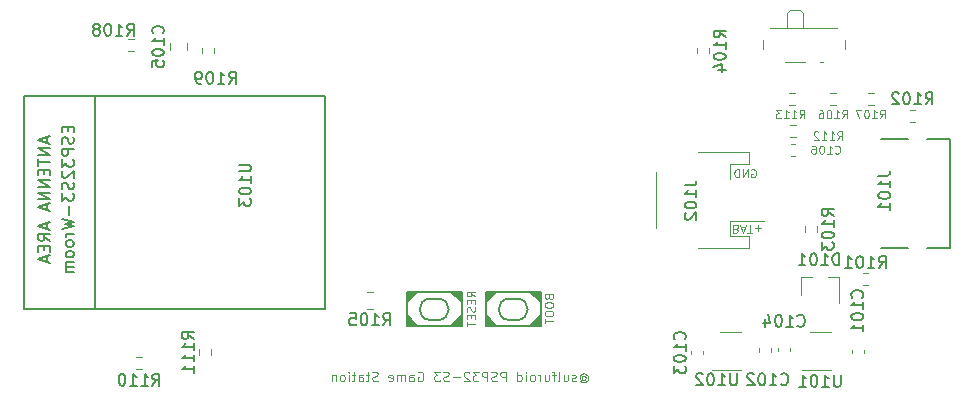
<source format=gbr>
%TF.GenerationSoftware,KiCad,Pcbnew,(5.1.12)-1*%
%TF.CreationDate,2022-11-12T21:15:41+01:00*%
%TF.ProjectId,NewmorphS3,4e65776d-6f72-4706-9853-332e6b696361,rev?*%
%TF.SameCoordinates,Original*%
%TF.FileFunction,Legend,Bot*%
%TF.FilePolarity,Positive*%
%FSLAX46Y46*%
G04 Gerber Fmt 4.6, Leading zero omitted, Abs format (unit mm)*
G04 Created by KiCad (PCBNEW (5.1.12)-1) date 2022-11-12 21:15:41*
%MOMM*%
%LPD*%
G01*
G04 APERTURE LIST*
%ADD10C,0.100000*%
%ADD11C,0.120000*%
%ADD12C,0.150000*%
%ADD13C,0.127000*%
G04 APERTURE END LIST*
D10*
X94742857Y-93580952D02*
X94780952Y-93542857D01*
X94857142Y-93504761D01*
X94933333Y-93504761D01*
X95009523Y-93542857D01*
X95047619Y-93580952D01*
X95085714Y-93657142D01*
X95085714Y-93733333D01*
X95047619Y-93809523D01*
X95009523Y-93847619D01*
X94933333Y-93885714D01*
X94857142Y-93885714D01*
X94780952Y-93847619D01*
X94742857Y-93809523D01*
X94742857Y-93504761D02*
X94742857Y-93809523D01*
X94704761Y-93847619D01*
X94666666Y-93847619D01*
X94590476Y-93809523D01*
X94552380Y-93733333D01*
X94552380Y-93542857D01*
X94628571Y-93428571D01*
X94742857Y-93352380D01*
X94895238Y-93314285D01*
X95047619Y-93352380D01*
X95161904Y-93428571D01*
X95238095Y-93542857D01*
X95276190Y-93695238D01*
X95238095Y-93847619D01*
X95161904Y-93961904D01*
X95047619Y-94038095D01*
X94895238Y-94076190D01*
X94742857Y-94038095D01*
X94628571Y-93961904D01*
X94247619Y-93923809D02*
X94171428Y-93961904D01*
X94019047Y-93961904D01*
X93942857Y-93923809D01*
X93904761Y-93847619D01*
X93904761Y-93809523D01*
X93942857Y-93733333D01*
X94019047Y-93695238D01*
X94133333Y-93695238D01*
X94209523Y-93657142D01*
X94247619Y-93580952D01*
X94247619Y-93542857D01*
X94209523Y-93466666D01*
X94133333Y-93428571D01*
X94019047Y-93428571D01*
X93942857Y-93466666D01*
X93219047Y-93428571D02*
X93219047Y-93961904D01*
X93561904Y-93428571D02*
X93561904Y-93847619D01*
X93523809Y-93923809D01*
X93447619Y-93961904D01*
X93333333Y-93961904D01*
X93257142Y-93923809D01*
X93219047Y-93885714D01*
X92723809Y-93961904D02*
X92800000Y-93923809D01*
X92838095Y-93847619D01*
X92838095Y-93161904D01*
X92533333Y-93428571D02*
X92228571Y-93428571D01*
X92419047Y-93961904D02*
X92419047Y-93276190D01*
X92380952Y-93200000D01*
X92304761Y-93161904D01*
X92228571Y-93161904D01*
X91619047Y-93428571D02*
X91619047Y-93961904D01*
X91961904Y-93428571D02*
X91961904Y-93847619D01*
X91923809Y-93923809D01*
X91847619Y-93961904D01*
X91733333Y-93961904D01*
X91657142Y-93923809D01*
X91619047Y-93885714D01*
X91238095Y-93961904D02*
X91238095Y-93428571D01*
X91238095Y-93580952D02*
X91200000Y-93504761D01*
X91161904Y-93466666D01*
X91085714Y-93428571D01*
X91009523Y-93428571D01*
X90628571Y-93961904D02*
X90704761Y-93923809D01*
X90742857Y-93885714D01*
X90780952Y-93809523D01*
X90780952Y-93580952D01*
X90742857Y-93504761D01*
X90704761Y-93466666D01*
X90628571Y-93428571D01*
X90514285Y-93428571D01*
X90438095Y-93466666D01*
X90400000Y-93504761D01*
X90361904Y-93580952D01*
X90361904Y-93809523D01*
X90400000Y-93885714D01*
X90438095Y-93923809D01*
X90514285Y-93961904D01*
X90628571Y-93961904D01*
X90019047Y-93961904D02*
X90019047Y-93428571D01*
X90019047Y-93161904D02*
X90057142Y-93200000D01*
X90019047Y-93238095D01*
X89980952Y-93200000D01*
X90019047Y-93161904D01*
X90019047Y-93238095D01*
X89295238Y-93961904D02*
X89295238Y-93161904D01*
X89295238Y-93923809D02*
X89371428Y-93961904D01*
X89523809Y-93961904D01*
X89600000Y-93923809D01*
X89638095Y-93885714D01*
X89676190Y-93809523D01*
X89676190Y-93580952D01*
X89638095Y-93504761D01*
X89600000Y-93466666D01*
X89523809Y-93428571D01*
X89371428Y-93428571D01*
X89295238Y-93466666D01*
X88304761Y-93961904D02*
X88304761Y-93161904D01*
X88000000Y-93161904D01*
X87923809Y-93200000D01*
X87885714Y-93238095D01*
X87847619Y-93314285D01*
X87847619Y-93428571D01*
X87885714Y-93504761D01*
X87923809Y-93542857D01*
X88000000Y-93580952D01*
X88304761Y-93580952D01*
X87542857Y-93923809D02*
X87428571Y-93961904D01*
X87238095Y-93961904D01*
X87161904Y-93923809D01*
X87123809Y-93885714D01*
X87085714Y-93809523D01*
X87085714Y-93733333D01*
X87123809Y-93657142D01*
X87161904Y-93619047D01*
X87238095Y-93580952D01*
X87390476Y-93542857D01*
X87466666Y-93504761D01*
X87504761Y-93466666D01*
X87542857Y-93390476D01*
X87542857Y-93314285D01*
X87504761Y-93238095D01*
X87466666Y-93200000D01*
X87390476Y-93161904D01*
X87200000Y-93161904D01*
X87085714Y-93200000D01*
X86742857Y-93961904D02*
X86742857Y-93161904D01*
X86438095Y-93161904D01*
X86361904Y-93200000D01*
X86323809Y-93238095D01*
X86285714Y-93314285D01*
X86285714Y-93428571D01*
X86323809Y-93504761D01*
X86361904Y-93542857D01*
X86438095Y-93580952D01*
X86742857Y-93580952D01*
X86019047Y-93161904D02*
X85523809Y-93161904D01*
X85790476Y-93466666D01*
X85676190Y-93466666D01*
X85600000Y-93504761D01*
X85561904Y-93542857D01*
X85523809Y-93619047D01*
X85523809Y-93809523D01*
X85561904Y-93885714D01*
X85600000Y-93923809D01*
X85676190Y-93961904D01*
X85904761Y-93961904D01*
X85980952Y-93923809D01*
X86019047Y-93885714D01*
X85219047Y-93238095D02*
X85180952Y-93200000D01*
X85104761Y-93161904D01*
X84914285Y-93161904D01*
X84838095Y-93200000D01*
X84800000Y-93238095D01*
X84761904Y-93314285D01*
X84761904Y-93390476D01*
X84800000Y-93504761D01*
X85257142Y-93961904D01*
X84761904Y-93961904D01*
X84419047Y-93657142D02*
X83809523Y-93657142D01*
X83466666Y-93923809D02*
X83352380Y-93961904D01*
X83161904Y-93961904D01*
X83085714Y-93923809D01*
X83047619Y-93885714D01*
X83009523Y-93809523D01*
X83009523Y-93733333D01*
X83047619Y-93657142D01*
X83085714Y-93619047D01*
X83161904Y-93580952D01*
X83314285Y-93542857D01*
X83390476Y-93504761D01*
X83428571Y-93466666D01*
X83466666Y-93390476D01*
X83466666Y-93314285D01*
X83428571Y-93238095D01*
X83390476Y-93200000D01*
X83314285Y-93161904D01*
X83123809Y-93161904D01*
X83009523Y-93200000D01*
X82742857Y-93161904D02*
X82247619Y-93161904D01*
X82514285Y-93466666D01*
X82400000Y-93466666D01*
X82323809Y-93504761D01*
X82285714Y-93542857D01*
X82247619Y-93619047D01*
X82247619Y-93809523D01*
X82285714Y-93885714D01*
X82323809Y-93923809D01*
X82400000Y-93961904D01*
X82628571Y-93961904D01*
X82704761Y-93923809D01*
X82742857Y-93885714D01*
X80876190Y-93200000D02*
X80952380Y-93161904D01*
X81066666Y-93161904D01*
X81180952Y-93200000D01*
X81257142Y-93276190D01*
X81295238Y-93352380D01*
X81333333Y-93504761D01*
X81333333Y-93619047D01*
X81295238Y-93771428D01*
X81257142Y-93847619D01*
X81180952Y-93923809D01*
X81066666Y-93961904D01*
X80990476Y-93961904D01*
X80876190Y-93923809D01*
X80838095Y-93885714D01*
X80838095Y-93619047D01*
X80990476Y-93619047D01*
X80152380Y-93961904D02*
X80152380Y-93542857D01*
X80190476Y-93466666D01*
X80266666Y-93428571D01*
X80419047Y-93428571D01*
X80495238Y-93466666D01*
X80152380Y-93923809D02*
X80228571Y-93961904D01*
X80419047Y-93961904D01*
X80495238Y-93923809D01*
X80533333Y-93847619D01*
X80533333Y-93771428D01*
X80495238Y-93695238D01*
X80419047Y-93657142D01*
X80228571Y-93657142D01*
X80152380Y-93619047D01*
X79771428Y-93961904D02*
X79771428Y-93428571D01*
X79771428Y-93504761D02*
X79733333Y-93466666D01*
X79657142Y-93428571D01*
X79542857Y-93428571D01*
X79466666Y-93466666D01*
X79428571Y-93542857D01*
X79428571Y-93961904D01*
X79428571Y-93542857D02*
X79390476Y-93466666D01*
X79314285Y-93428571D01*
X79200000Y-93428571D01*
X79123809Y-93466666D01*
X79085714Y-93542857D01*
X79085714Y-93961904D01*
X78400000Y-93923809D02*
X78476190Y-93961904D01*
X78628571Y-93961904D01*
X78704761Y-93923809D01*
X78742857Y-93847619D01*
X78742857Y-93542857D01*
X78704761Y-93466666D01*
X78628571Y-93428571D01*
X78476190Y-93428571D01*
X78400000Y-93466666D01*
X78361904Y-93542857D01*
X78361904Y-93619047D01*
X78742857Y-93695238D01*
X77447619Y-93923809D02*
X77333333Y-93961904D01*
X77142857Y-93961904D01*
X77066666Y-93923809D01*
X77028571Y-93885714D01*
X76990476Y-93809523D01*
X76990476Y-93733333D01*
X77028571Y-93657142D01*
X77066666Y-93619047D01*
X77142857Y-93580952D01*
X77295238Y-93542857D01*
X77371428Y-93504761D01*
X77409523Y-93466666D01*
X77447619Y-93390476D01*
X77447619Y-93314285D01*
X77409523Y-93238095D01*
X77371428Y-93200000D01*
X77295238Y-93161904D01*
X77104761Y-93161904D01*
X76990476Y-93200000D01*
X76761904Y-93428571D02*
X76457142Y-93428571D01*
X76647619Y-93161904D02*
X76647619Y-93847619D01*
X76609523Y-93923809D01*
X76533333Y-93961904D01*
X76457142Y-93961904D01*
X75847619Y-93961904D02*
X75847619Y-93542857D01*
X75885714Y-93466666D01*
X75961904Y-93428571D01*
X76114285Y-93428571D01*
X76190476Y-93466666D01*
X75847619Y-93923809D02*
X75923809Y-93961904D01*
X76114285Y-93961904D01*
X76190476Y-93923809D01*
X76228571Y-93847619D01*
X76228571Y-93771428D01*
X76190476Y-93695238D01*
X76114285Y-93657142D01*
X75923809Y-93657142D01*
X75847619Y-93619047D01*
X75580952Y-93428571D02*
X75276190Y-93428571D01*
X75466666Y-93161904D02*
X75466666Y-93847619D01*
X75428571Y-93923809D01*
X75352380Y-93961904D01*
X75276190Y-93961904D01*
X75009523Y-93961904D02*
X75009523Y-93428571D01*
X75009523Y-93161904D02*
X75047619Y-93200000D01*
X75009523Y-93238095D01*
X74971428Y-93200000D01*
X75009523Y-93161904D01*
X75009523Y-93238095D01*
X74514285Y-93961904D02*
X74590476Y-93923809D01*
X74628571Y-93885714D01*
X74666666Y-93809523D01*
X74666666Y-93580952D01*
X74628571Y-93504761D01*
X74590476Y-93466666D01*
X74514285Y-93428571D01*
X74400000Y-93428571D01*
X74323809Y-93466666D01*
X74285714Y-93504761D01*
X74247619Y-93580952D01*
X74247619Y-93809523D01*
X74285714Y-93885714D01*
X74323809Y-93923809D01*
X74400000Y-93961904D01*
X74514285Y-93961904D01*
X73904761Y-93428571D02*
X73904761Y-93961904D01*
X73904761Y-93504761D02*
X73866666Y-93466666D01*
X73790476Y-93428571D01*
X73676190Y-93428571D01*
X73600000Y-93466666D01*
X73561904Y-93542857D01*
X73561904Y-93961904D01*
X107800000Y-81075000D02*
X107900000Y-81041666D01*
X107933333Y-81008333D01*
X107966666Y-80941666D01*
X107966666Y-80841666D01*
X107933333Y-80775000D01*
X107900000Y-80741666D01*
X107833333Y-80708333D01*
X107566666Y-80708333D01*
X107566666Y-81408333D01*
X107800000Y-81408333D01*
X107866666Y-81375000D01*
X107900000Y-81341666D01*
X107933333Y-81275000D01*
X107933333Y-81208333D01*
X107900000Y-81141666D01*
X107866666Y-81108333D01*
X107800000Y-81075000D01*
X107566666Y-81075000D01*
X108233333Y-80908333D02*
X108566666Y-80908333D01*
X108166666Y-80708333D02*
X108400000Y-81408333D01*
X108633333Y-80708333D01*
X108766666Y-81408333D02*
X109166666Y-81408333D01*
X108966666Y-80708333D02*
X108966666Y-81408333D01*
X109400000Y-80975000D02*
X109933333Y-80975000D01*
X109666666Y-80708333D02*
X109666666Y-81241666D01*
X109108333Y-76050000D02*
X109175000Y-76016666D01*
X109275000Y-76016666D01*
X109375000Y-76050000D01*
X109441666Y-76116666D01*
X109475000Y-76183333D01*
X109508333Y-76316666D01*
X109508333Y-76416666D01*
X109475000Y-76550000D01*
X109441666Y-76616666D01*
X109375000Y-76683333D01*
X109275000Y-76716666D01*
X109208333Y-76716666D01*
X109108333Y-76683333D01*
X109075000Y-76650000D01*
X109075000Y-76416666D01*
X109208333Y-76416666D01*
X108775000Y-76716666D02*
X108775000Y-76016666D01*
X108375000Y-76716666D01*
X108375000Y-76016666D01*
X108041666Y-76716666D02*
X108041666Y-76016666D01*
X107875000Y-76016666D01*
X107775000Y-76050000D01*
X107708333Y-76116666D01*
X107675000Y-76183333D01*
X107641666Y-76316666D01*
X107641666Y-76416666D01*
X107675000Y-76550000D01*
X107708333Y-76616666D01*
X107775000Y-76683333D01*
X107875000Y-76716666D01*
X108041666Y-76716666D01*
X85716666Y-86783333D02*
X85383333Y-86550000D01*
X85716666Y-86383333D02*
X85016666Y-86383333D01*
X85016666Y-86650000D01*
X85050000Y-86716666D01*
X85083333Y-86750000D01*
X85150000Y-86783333D01*
X85250000Y-86783333D01*
X85316666Y-86750000D01*
X85350000Y-86716666D01*
X85383333Y-86650000D01*
X85383333Y-86383333D01*
X85350000Y-87083333D02*
X85350000Y-87316666D01*
X85716666Y-87416666D02*
X85716666Y-87083333D01*
X85016666Y-87083333D01*
X85016666Y-87416666D01*
X85683333Y-87683333D02*
X85716666Y-87783333D01*
X85716666Y-87950000D01*
X85683333Y-88016666D01*
X85650000Y-88050000D01*
X85583333Y-88083333D01*
X85516666Y-88083333D01*
X85450000Y-88050000D01*
X85416666Y-88016666D01*
X85383333Y-87950000D01*
X85350000Y-87816666D01*
X85316666Y-87750000D01*
X85283333Y-87716666D01*
X85216666Y-87683333D01*
X85150000Y-87683333D01*
X85083333Y-87716666D01*
X85050000Y-87750000D01*
X85016666Y-87816666D01*
X85016666Y-87983333D01*
X85050000Y-88083333D01*
X85350000Y-88383333D02*
X85350000Y-88616666D01*
X85716666Y-88716666D02*
X85716666Y-88383333D01*
X85016666Y-88383333D01*
X85016666Y-88716666D01*
X85016666Y-88916666D02*
X85016666Y-89316666D01*
X85716666Y-89116666D02*
X85016666Y-89116666D01*
X91950000Y-86850000D02*
X91983333Y-86950000D01*
X92016666Y-86983333D01*
X92083333Y-87016666D01*
X92183333Y-87016666D01*
X92250000Y-86983333D01*
X92283333Y-86950000D01*
X92316666Y-86883333D01*
X92316666Y-86616666D01*
X91616666Y-86616666D01*
X91616666Y-86850000D01*
X91650000Y-86916666D01*
X91683333Y-86950000D01*
X91750000Y-86983333D01*
X91816666Y-86983333D01*
X91883333Y-86950000D01*
X91916666Y-86916666D01*
X91950000Y-86850000D01*
X91950000Y-86616666D01*
X91616666Y-87450000D02*
X91616666Y-87583333D01*
X91650000Y-87650000D01*
X91716666Y-87716666D01*
X91850000Y-87750000D01*
X92083333Y-87750000D01*
X92216666Y-87716666D01*
X92283333Y-87650000D01*
X92316666Y-87583333D01*
X92316666Y-87450000D01*
X92283333Y-87383333D01*
X92216666Y-87316666D01*
X92083333Y-87283333D01*
X91850000Y-87283333D01*
X91716666Y-87316666D01*
X91650000Y-87383333D01*
X91616666Y-87450000D01*
X91616666Y-88183333D02*
X91616666Y-88316666D01*
X91650000Y-88383333D01*
X91716666Y-88450000D01*
X91850000Y-88483333D01*
X92083333Y-88483333D01*
X92216666Y-88450000D01*
X92283333Y-88383333D01*
X92316666Y-88316666D01*
X92316666Y-88183333D01*
X92283333Y-88116666D01*
X92216666Y-88050000D01*
X92083333Y-88016666D01*
X91850000Y-88016666D01*
X91716666Y-88050000D01*
X91650000Y-88116666D01*
X91616666Y-88183333D01*
X91616666Y-88683333D02*
X91616666Y-89083333D01*
X92316666Y-88883333D02*
X91616666Y-88883333D01*
D11*
%TO.C,C101*%
X117600000Y-91299420D02*
X117600000Y-91580580D01*
X118620000Y-91299420D02*
X118620000Y-91580580D01*
%TO.C,C102*%
X110746000Y-91466580D02*
X110746000Y-91185420D01*
X109726000Y-91466580D02*
X109726000Y-91185420D01*
%TO.C,C103*%
X105031000Y-91413420D02*
X105031000Y-91694580D01*
X104011000Y-91413420D02*
X104011000Y-91694580D01*
%TO.C,C104*%
X112397000Y-91159420D02*
X112397000Y-91440580D01*
X111377000Y-91159420D02*
X111377000Y-91440580D01*
%TO.C,C105*%
X59844000Y-65376248D02*
X59844000Y-65898752D01*
X61314000Y-65376248D02*
X61314000Y-65898752D01*
%TO.C,D101*%
X113320000Y-85190000D02*
X114250000Y-85190000D01*
X116480000Y-85190000D02*
X115550000Y-85190000D01*
X116480000Y-85190000D02*
X116480000Y-87350000D01*
X113320000Y-85190000D02*
X113320000Y-86650000D01*
D12*
%TO.C,J101*%
X125935000Y-82705000D02*
X125935000Y-73505000D01*
X125935000Y-73505000D02*
X123985000Y-73505000D01*
X122335000Y-73505000D02*
X120035000Y-73505000D01*
X125935000Y-82705000D02*
X123985000Y-82705000D01*
X122335000Y-82705000D02*
X120035000Y-82705000D01*
D11*
%TO.C,R101*%
X119012258Y-85866500D02*
X118537742Y-85866500D01*
X119012258Y-84821500D02*
X118537742Y-84821500D01*
%TO.C,R102*%
X122982258Y-70978500D02*
X122507742Y-70978500D01*
X122982258Y-72023500D02*
X122507742Y-72023500D01*
%TO.C,R103*%
X113650500Y-81326258D02*
X113650500Y-80851742D01*
X114695500Y-81326258D02*
X114695500Y-80851742D01*
%TO.C,R104*%
X105551500Y-66213258D02*
X105551500Y-65738742D01*
X104506500Y-66213258D02*
X104506500Y-65738742D01*
%TO.C,R105*%
X76572936Y-87857000D02*
X77027064Y-87857000D01*
X76572936Y-86387000D02*
X77027064Y-86387000D01*
%TO.C,R108*%
X56340742Y-66054500D02*
X56815258Y-66054500D01*
X56340742Y-65009500D02*
X56815258Y-65009500D01*
%TO.C,R109*%
X62596500Y-66213258D02*
X62596500Y-65738742D01*
X63641500Y-66213258D02*
X63641500Y-65738742D01*
%TO.C,R110*%
X57039742Y-91933500D02*
X57514258Y-91933500D01*
X57039742Y-92978500D02*
X57514258Y-92978500D01*
%TO.C,R111*%
X63387500Y-91266742D02*
X63387500Y-91741258D01*
X62342500Y-91266742D02*
X62342500Y-91741258D01*
%TO.C,R112*%
X112387742Y-73322500D02*
X112862258Y-73322500D01*
X112387742Y-72277500D02*
X112862258Y-72277500D01*
%TO.C,R113*%
X112316742Y-70623500D02*
X112791258Y-70623500D01*
X112316742Y-69578500D02*
X112791258Y-69578500D01*
D13*
%TO.C,SW101*%
X81910000Y-88790000D02*
X82575000Y-88790000D01*
X82575000Y-86990000D02*
X81910000Y-86990000D01*
X79910000Y-89290000D02*
X84575000Y-89290000D01*
X84575000Y-89290000D02*
X84575000Y-86390000D01*
X84575000Y-86390000D02*
X79910000Y-86390000D01*
X79910000Y-86390000D02*
X79910000Y-89290000D01*
G36*
X79910000Y-89290000D02*
G01*
X79910000Y-88390000D01*
X80810000Y-89290000D01*
X79910000Y-89290000D01*
G37*
X79910000Y-89290000D02*
X79910000Y-88390000D01*
X80810000Y-89290000D01*
X79910000Y-89290000D01*
G36*
X84575000Y-89290000D02*
G01*
X83675000Y-89290000D01*
X84575000Y-88390000D01*
X84575000Y-89290000D01*
G37*
X84575000Y-89290000D02*
X83675000Y-89290000D01*
X84575000Y-88390000D01*
X84575000Y-89290000D01*
G36*
X84575000Y-86390000D02*
G01*
X84575000Y-87290000D01*
X83675000Y-86390000D01*
X84575000Y-86390000D01*
G37*
X84575000Y-86390000D02*
X84575000Y-87290000D01*
X83675000Y-86390000D01*
X84575000Y-86390000D01*
G36*
X79910000Y-86390000D02*
G01*
X80810000Y-86390000D01*
X79910000Y-87290000D01*
X79910000Y-86390000D01*
G37*
X79910000Y-86390000D02*
X80810000Y-86390000D01*
X79910000Y-87290000D01*
X79910000Y-86390000D01*
X81910000Y-86990000D02*
G75*
G03*
X81910000Y-88790000I0J-900000D01*
G01*
X82575000Y-88790000D02*
G75*
G03*
X82575000Y-86990000I0J900000D01*
G01*
%TO.C,SW102*%
G36*
X86600000Y-86390000D02*
G01*
X87500000Y-86390000D01*
X86600000Y-87290000D01*
X86600000Y-86390000D01*
G37*
X86600000Y-86390000D02*
X87500000Y-86390000D01*
X86600000Y-87290000D01*
X86600000Y-86390000D01*
G36*
X91265000Y-86390000D02*
G01*
X91265000Y-87290000D01*
X90365000Y-86390000D01*
X91265000Y-86390000D01*
G37*
X91265000Y-86390000D02*
X91265000Y-87290000D01*
X90365000Y-86390000D01*
X91265000Y-86390000D01*
G36*
X91265000Y-89290000D02*
G01*
X90365000Y-89290000D01*
X91265000Y-88390000D01*
X91265000Y-89290000D01*
G37*
X91265000Y-89290000D02*
X90365000Y-89290000D01*
X91265000Y-88390000D01*
X91265000Y-89290000D01*
G36*
X86600000Y-89290000D02*
G01*
X86600000Y-88390000D01*
X87500000Y-89290000D01*
X86600000Y-89290000D01*
G37*
X86600000Y-89290000D02*
X86600000Y-88390000D01*
X87500000Y-89290000D01*
X86600000Y-89290000D01*
X86600000Y-86390000D02*
X86600000Y-89290000D01*
X91265000Y-86390000D02*
X86600000Y-86390000D01*
X91265000Y-89290000D02*
X91265000Y-86390000D01*
X86600000Y-89290000D02*
X91265000Y-89290000D01*
X89265000Y-86990000D02*
X88600000Y-86990000D01*
X88600000Y-88790000D02*
X89265000Y-88790000D01*
X89265000Y-88790000D02*
G75*
G03*
X89265000Y-86990000I0J900000D01*
G01*
X88600000Y-86990000D02*
G75*
G03*
X88600000Y-88790000I0J-900000D01*
G01*
D11*
%TO.C,SW105*%
X114938000Y-66906000D02*
X115138000Y-66906000D01*
X112138000Y-62766000D02*
X112338000Y-62556000D01*
X113438000Y-62766000D02*
X113238000Y-62556000D01*
X112138000Y-64056000D02*
X112138000Y-62766000D01*
X112338000Y-62556000D02*
X113238000Y-62556000D01*
X113438000Y-62766000D02*
X113438000Y-64056000D01*
X110688000Y-64056000D02*
X116388000Y-64056000D01*
X111938000Y-66906000D02*
X113638000Y-66906000D01*
X110088000Y-65856000D02*
X110088000Y-65066000D01*
X116988000Y-65066000D02*
X116988000Y-65856000D01*
%TO.C,U101*%
X114035000Y-89830000D02*
X115835000Y-89830000D01*
X115835000Y-93050000D02*
X113385000Y-93050000D01*
%TO.C,U102*%
X108215000Y-93050000D02*
X105765000Y-93050000D01*
X106415000Y-89830000D02*
X108215000Y-89830000D01*
D12*
%TO.C,U103*%
X73025000Y-69850000D02*
X73025000Y-87850000D01*
X73025000Y-87850000D02*
X47525000Y-87850000D01*
X47525000Y-87850000D02*
X47525000Y-69850000D01*
X47525000Y-69850000D02*
X73025000Y-69850000D01*
X53525000Y-69850000D02*
X53525000Y-87850000D01*
D11*
%TO.C,C106*%
X112484420Y-73890000D02*
X112765580Y-73890000D01*
X112484420Y-74910000D02*
X112765580Y-74910000D01*
%TO.C,R106*%
X115782742Y-70623500D02*
X116257258Y-70623500D01*
X115782742Y-69578500D02*
X116257258Y-69578500D01*
%TO.C,R107*%
X119458258Y-70623500D02*
X118983742Y-70623500D01*
X119458258Y-69578500D02*
X118983742Y-69578500D01*
%TO.C,J102*%
X101040000Y-80965000D02*
X101040000Y-76285000D01*
X107260000Y-75585000D02*
X107260000Y-76865000D01*
X108860000Y-75585000D02*
X107260000Y-75585000D01*
X108860000Y-74565000D02*
X108860000Y-75585000D01*
X104610000Y-74565000D02*
X108860000Y-74565000D01*
X107260000Y-80385000D02*
X110150000Y-80385000D01*
X107260000Y-81665000D02*
X107260000Y-80385000D01*
X108860000Y-81665000D02*
X107260000Y-81665000D01*
X108860000Y-82685000D02*
X108860000Y-81665000D01*
X104610000Y-82685000D02*
X108860000Y-82685000D01*
%TO.C,C101*%
D12*
X118467142Y-86891952D02*
X118514761Y-86844333D01*
X118562380Y-86701476D01*
X118562380Y-86606238D01*
X118514761Y-86463380D01*
X118419523Y-86368142D01*
X118324285Y-86320523D01*
X118133809Y-86272904D01*
X117990952Y-86272904D01*
X117800476Y-86320523D01*
X117705238Y-86368142D01*
X117610000Y-86463380D01*
X117562380Y-86606238D01*
X117562380Y-86701476D01*
X117610000Y-86844333D01*
X117657619Y-86891952D01*
X118562380Y-87844333D02*
X118562380Y-87272904D01*
X118562380Y-87558619D02*
X117562380Y-87558619D01*
X117705238Y-87463380D01*
X117800476Y-87368142D01*
X117848095Y-87272904D01*
X117562380Y-88463380D02*
X117562380Y-88558619D01*
X117610000Y-88653857D01*
X117657619Y-88701476D01*
X117752857Y-88749095D01*
X117943333Y-88796714D01*
X118181428Y-88796714D01*
X118371904Y-88749095D01*
X118467142Y-88701476D01*
X118514761Y-88653857D01*
X118562380Y-88558619D01*
X118562380Y-88463380D01*
X118514761Y-88368142D01*
X118467142Y-88320523D01*
X118371904Y-88272904D01*
X118181428Y-88225285D01*
X117943333Y-88225285D01*
X117752857Y-88272904D01*
X117657619Y-88320523D01*
X117610000Y-88368142D01*
X117562380Y-88463380D01*
X118562380Y-89749095D02*
X118562380Y-89177666D01*
X118562380Y-89463380D02*
X117562380Y-89463380D01*
X117705238Y-89368142D01*
X117800476Y-89272904D01*
X117848095Y-89177666D01*
%TO.C,C102*%
X111609047Y-94210142D02*
X111656666Y-94257761D01*
X111799523Y-94305380D01*
X111894761Y-94305380D01*
X112037619Y-94257761D01*
X112132857Y-94162523D01*
X112180476Y-94067285D01*
X112228095Y-93876809D01*
X112228095Y-93733952D01*
X112180476Y-93543476D01*
X112132857Y-93448238D01*
X112037619Y-93353000D01*
X111894761Y-93305380D01*
X111799523Y-93305380D01*
X111656666Y-93353000D01*
X111609047Y-93400619D01*
X110656666Y-94305380D02*
X111228095Y-94305380D01*
X110942380Y-94305380D02*
X110942380Y-93305380D01*
X111037619Y-93448238D01*
X111132857Y-93543476D01*
X111228095Y-93591095D01*
X110037619Y-93305380D02*
X109942380Y-93305380D01*
X109847142Y-93353000D01*
X109799523Y-93400619D01*
X109751904Y-93495857D01*
X109704285Y-93686333D01*
X109704285Y-93924428D01*
X109751904Y-94114904D01*
X109799523Y-94210142D01*
X109847142Y-94257761D01*
X109942380Y-94305380D01*
X110037619Y-94305380D01*
X110132857Y-94257761D01*
X110180476Y-94210142D01*
X110228095Y-94114904D01*
X110275714Y-93924428D01*
X110275714Y-93686333D01*
X110228095Y-93495857D01*
X110180476Y-93400619D01*
X110132857Y-93353000D01*
X110037619Y-93305380D01*
X109323333Y-93400619D02*
X109275714Y-93353000D01*
X109180476Y-93305380D01*
X108942380Y-93305380D01*
X108847142Y-93353000D01*
X108799523Y-93400619D01*
X108751904Y-93495857D01*
X108751904Y-93591095D01*
X108799523Y-93733952D01*
X109370952Y-94305380D01*
X108751904Y-94305380D01*
%TO.C,C103*%
X103448142Y-90434952D02*
X103495761Y-90387333D01*
X103543380Y-90244476D01*
X103543380Y-90149238D01*
X103495761Y-90006380D01*
X103400523Y-89911142D01*
X103305285Y-89863523D01*
X103114809Y-89815904D01*
X102971952Y-89815904D01*
X102781476Y-89863523D01*
X102686238Y-89911142D01*
X102591000Y-90006380D01*
X102543380Y-90149238D01*
X102543380Y-90244476D01*
X102591000Y-90387333D01*
X102638619Y-90434952D01*
X103543380Y-91387333D02*
X103543380Y-90815904D01*
X103543380Y-91101619D02*
X102543380Y-91101619D01*
X102686238Y-91006380D01*
X102781476Y-90911142D01*
X102829095Y-90815904D01*
X102543380Y-92006380D02*
X102543380Y-92101619D01*
X102591000Y-92196857D01*
X102638619Y-92244476D01*
X102733857Y-92292095D01*
X102924333Y-92339714D01*
X103162428Y-92339714D01*
X103352904Y-92292095D01*
X103448142Y-92244476D01*
X103495761Y-92196857D01*
X103543380Y-92101619D01*
X103543380Y-92006380D01*
X103495761Y-91911142D01*
X103448142Y-91863523D01*
X103352904Y-91815904D01*
X103162428Y-91768285D01*
X102924333Y-91768285D01*
X102733857Y-91815904D01*
X102638619Y-91863523D01*
X102591000Y-91911142D01*
X102543380Y-92006380D01*
X102543380Y-92673047D02*
X102543380Y-93292095D01*
X102924333Y-92958761D01*
X102924333Y-93101619D01*
X102971952Y-93196857D01*
X103019571Y-93244476D01*
X103114809Y-93292095D01*
X103352904Y-93292095D01*
X103448142Y-93244476D01*
X103495761Y-93196857D01*
X103543380Y-93101619D01*
X103543380Y-92815904D01*
X103495761Y-92720666D01*
X103448142Y-92673047D01*
%TO.C,C104*%
X113006047Y-89257142D02*
X113053666Y-89304761D01*
X113196523Y-89352380D01*
X113291761Y-89352380D01*
X113434619Y-89304761D01*
X113529857Y-89209523D01*
X113577476Y-89114285D01*
X113625095Y-88923809D01*
X113625095Y-88780952D01*
X113577476Y-88590476D01*
X113529857Y-88495238D01*
X113434619Y-88400000D01*
X113291761Y-88352380D01*
X113196523Y-88352380D01*
X113053666Y-88400000D01*
X113006047Y-88447619D01*
X112053666Y-89352380D02*
X112625095Y-89352380D01*
X112339380Y-89352380D02*
X112339380Y-88352380D01*
X112434619Y-88495238D01*
X112529857Y-88590476D01*
X112625095Y-88638095D01*
X111434619Y-88352380D02*
X111339380Y-88352380D01*
X111244142Y-88400000D01*
X111196523Y-88447619D01*
X111148904Y-88542857D01*
X111101285Y-88733333D01*
X111101285Y-88971428D01*
X111148904Y-89161904D01*
X111196523Y-89257142D01*
X111244142Y-89304761D01*
X111339380Y-89352380D01*
X111434619Y-89352380D01*
X111529857Y-89304761D01*
X111577476Y-89257142D01*
X111625095Y-89161904D01*
X111672714Y-88971428D01*
X111672714Y-88733333D01*
X111625095Y-88542857D01*
X111577476Y-88447619D01*
X111529857Y-88400000D01*
X111434619Y-88352380D01*
X110244142Y-88685714D02*
X110244142Y-89352380D01*
X110482238Y-88304761D02*
X110720333Y-89019047D01*
X110101285Y-89019047D01*
%TO.C,C105*%
X59256142Y-64518452D02*
X59303761Y-64470833D01*
X59351380Y-64327976D01*
X59351380Y-64232738D01*
X59303761Y-64089880D01*
X59208523Y-63994642D01*
X59113285Y-63947023D01*
X58922809Y-63899404D01*
X58779952Y-63899404D01*
X58589476Y-63947023D01*
X58494238Y-63994642D01*
X58399000Y-64089880D01*
X58351380Y-64232738D01*
X58351380Y-64327976D01*
X58399000Y-64470833D01*
X58446619Y-64518452D01*
X59351380Y-65470833D02*
X59351380Y-64899404D01*
X59351380Y-65185119D02*
X58351380Y-65185119D01*
X58494238Y-65089880D01*
X58589476Y-64994642D01*
X58637095Y-64899404D01*
X58351380Y-66089880D02*
X58351380Y-66185119D01*
X58399000Y-66280357D01*
X58446619Y-66327976D01*
X58541857Y-66375595D01*
X58732333Y-66423214D01*
X58970428Y-66423214D01*
X59160904Y-66375595D01*
X59256142Y-66327976D01*
X59303761Y-66280357D01*
X59351380Y-66185119D01*
X59351380Y-66089880D01*
X59303761Y-65994642D01*
X59256142Y-65947023D01*
X59160904Y-65899404D01*
X58970428Y-65851785D01*
X58732333Y-65851785D01*
X58541857Y-65899404D01*
X58446619Y-65947023D01*
X58399000Y-65994642D01*
X58351380Y-66089880D01*
X58351380Y-67327976D02*
X58351380Y-66851785D01*
X58827571Y-66804166D01*
X58779952Y-66851785D01*
X58732333Y-66947023D01*
X58732333Y-67185119D01*
X58779952Y-67280357D01*
X58827571Y-67327976D01*
X58922809Y-67375595D01*
X59160904Y-67375595D01*
X59256142Y-67327976D01*
X59303761Y-67280357D01*
X59351380Y-67185119D01*
X59351380Y-66947023D01*
X59303761Y-66851785D01*
X59256142Y-66804166D01*
%TO.C,D101*%
X116540476Y-84152380D02*
X116540476Y-83152380D01*
X116302380Y-83152380D01*
X116159523Y-83200000D01*
X116064285Y-83295238D01*
X116016666Y-83390476D01*
X115969047Y-83580952D01*
X115969047Y-83723809D01*
X116016666Y-83914285D01*
X116064285Y-84009523D01*
X116159523Y-84104761D01*
X116302380Y-84152380D01*
X116540476Y-84152380D01*
X115016666Y-84152380D02*
X115588095Y-84152380D01*
X115302380Y-84152380D02*
X115302380Y-83152380D01*
X115397619Y-83295238D01*
X115492857Y-83390476D01*
X115588095Y-83438095D01*
X114397619Y-83152380D02*
X114302380Y-83152380D01*
X114207142Y-83200000D01*
X114159523Y-83247619D01*
X114111904Y-83342857D01*
X114064285Y-83533333D01*
X114064285Y-83771428D01*
X114111904Y-83961904D01*
X114159523Y-84057142D01*
X114207142Y-84104761D01*
X114302380Y-84152380D01*
X114397619Y-84152380D01*
X114492857Y-84104761D01*
X114540476Y-84057142D01*
X114588095Y-83961904D01*
X114635714Y-83771428D01*
X114635714Y-83533333D01*
X114588095Y-83342857D01*
X114540476Y-83247619D01*
X114492857Y-83200000D01*
X114397619Y-83152380D01*
X113111904Y-84152380D02*
X113683333Y-84152380D01*
X113397619Y-84152380D02*
X113397619Y-83152380D01*
X113492857Y-83295238D01*
X113588095Y-83390476D01*
X113683333Y-83438095D01*
%TO.C,J101*%
X119848380Y-76565285D02*
X120562666Y-76565285D01*
X120705523Y-76517666D01*
X120800761Y-76422428D01*
X120848380Y-76279571D01*
X120848380Y-76184333D01*
X120848380Y-77565285D02*
X120848380Y-76993857D01*
X120848380Y-77279571D02*
X119848380Y-77279571D01*
X119991238Y-77184333D01*
X120086476Y-77089095D01*
X120134095Y-76993857D01*
X119848380Y-78184333D02*
X119848380Y-78279571D01*
X119896000Y-78374809D01*
X119943619Y-78422428D01*
X120038857Y-78470047D01*
X120229333Y-78517666D01*
X120467428Y-78517666D01*
X120657904Y-78470047D01*
X120753142Y-78422428D01*
X120800761Y-78374809D01*
X120848380Y-78279571D01*
X120848380Y-78184333D01*
X120800761Y-78089095D01*
X120753142Y-78041476D01*
X120657904Y-77993857D01*
X120467428Y-77946238D01*
X120229333Y-77946238D01*
X120038857Y-77993857D01*
X119943619Y-78041476D01*
X119896000Y-78089095D01*
X119848380Y-78184333D01*
X120848380Y-79470047D02*
X120848380Y-78898619D01*
X120848380Y-79184333D02*
X119848380Y-79184333D01*
X119991238Y-79089095D01*
X120086476Y-78993857D01*
X120134095Y-78898619D01*
%TO.C,R101*%
X119894047Y-84366380D02*
X120227380Y-83890190D01*
X120465476Y-84366380D02*
X120465476Y-83366380D01*
X120084523Y-83366380D01*
X119989285Y-83414000D01*
X119941666Y-83461619D01*
X119894047Y-83556857D01*
X119894047Y-83699714D01*
X119941666Y-83794952D01*
X119989285Y-83842571D01*
X120084523Y-83890190D01*
X120465476Y-83890190D01*
X118941666Y-84366380D02*
X119513095Y-84366380D01*
X119227380Y-84366380D02*
X119227380Y-83366380D01*
X119322619Y-83509238D01*
X119417857Y-83604476D01*
X119513095Y-83652095D01*
X118322619Y-83366380D02*
X118227380Y-83366380D01*
X118132142Y-83414000D01*
X118084523Y-83461619D01*
X118036904Y-83556857D01*
X117989285Y-83747333D01*
X117989285Y-83985428D01*
X118036904Y-84175904D01*
X118084523Y-84271142D01*
X118132142Y-84318761D01*
X118227380Y-84366380D01*
X118322619Y-84366380D01*
X118417857Y-84318761D01*
X118465476Y-84271142D01*
X118513095Y-84175904D01*
X118560714Y-83985428D01*
X118560714Y-83747333D01*
X118513095Y-83556857D01*
X118465476Y-83461619D01*
X118417857Y-83414000D01*
X118322619Y-83366380D01*
X117036904Y-84366380D02*
X117608333Y-84366380D01*
X117322619Y-84366380D02*
X117322619Y-83366380D01*
X117417857Y-83509238D01*
X117513095Y-83604476D01*
X117608333Y-83652095D01*
%TO.C,R102*%
X123864047Y-70523380D02*
X124197380Y-70047190D01*
X124435476Y-70523380D02*
X124435476Y-69523380D01*
X124054523Y-69523380D01*
X123959285Y-69571000D01*
X123911666Y-69618619D01*
X123864047Y-69713857D01*
X123864047Y-69856714D01*
X123911666Y-69951952D01*
X123959285Y-69999571D01*
X124054523Y-70047190D01*
X124435476Y-70047190D01*
X122911666Y-70523380D02*
X123483095Y-70523380D01*
X123197380Y-70523380D02*
X123197380Y-69523380D01*
X123292619Y-69666238D01*
X123387857Y-69761476D01*
X123483095Y-69809095D01*
X122292619Y-69523380D02*
X122197380Y-69523380D01*
X122102142Y-69571000D01*
X122054523Y-69618619D01*
X122006904Y-69713857D01*
X121959285Y-69904333D01*
X121959285Y-70142428D01*
X122006904Y-70332904D01*
X122054523Y-70428142D01*
X122102142Y-70475761D01*
X122197380Y-70523380D01*
X122292619Y-70523380D01*
X122387857Y-70475761D01*
X122435476Y-70428142D01*
X122483095Y-70332904D01*
X122530714Y-70142428D01*
X122530714Y-69904333D01*
X122483095Y-69713857D01*
X122435476Y-69618619D01*
X122387857Y-69571000D01*
X122292619Y-69523380D01*
X121578333Y-69618619D02*
X121530714Y-69571000D01*
X121435476Y-69523380D01*
X121197380Y-69523380D01*
X121102142Y-69571000D01*
X121054523Y-69618619D01*
X121006904Y-69713857D01*
X121006904Y-69809095D01*
X121054523Y-69951952D01*
X121625952Y-70523380D01*
X121006904Y-70523380D01*
%TO.C,R103*%
X116055380Y-79969952D02*
X115579190Y-79636619D01*
X116055380Y-79398523D02*
X115055380Y-79398523D01*
X115055380Y-79779476D01*
X115103000Y-79874714D01*
X115150619Y-79922333D01*
X115245857Y-79969952D01*
X115388714Y-79969952D01*
X115483952Y-79922333D01*
X115531571Y-79874714D01*
X115579190Y-79779476D01*
X115579190Y-79398523D01*
X116055380Y-80922333D02*
X116055380Y-80350904D01*
X116055380Y-80636619D02*
X115055380Y-80636619D01*
X115198238Y-80541380D01*
X115293476Y-80446142D01*
X115341095Y-80350904D01*
X115055380Y-81541380D02*
X115055380Y-81636619D01*
X115103000Y-81731857D01*
X115150619Y-81779476D01*
X115245857Y-81827095D01*
X115436333Y-81874714D01*
X115674428Y-81874714D01*
X115864904Y-81827095D01*
X115960142Y-81779476D01*
X116007761Y-81731857D01*
X116055380Y-81636619D01*
X116055380Y-81541380D01*
X116007761Y-81446142D01*
X115960142Y-81398523D01*
X115864904Y-81350904D01*
X115674428Y-81303285D01*
X115436333Y-81303285D01*
X115245857Y-81350904D01*
X115150619Y-81398523D01*
X115103000Y-81446142D01*
X115055380Y-81541380D01*
X115055380Y-82208047D02*
X115055380Y-82827095D01*
X115436333Y-82493761D01*
X115436333Y-82636619D01*
X115483952Y-82731857D01*
X115531571Y-82779476D01*
X115626809Y-82827095D01*
X115864904Y-82827095D01*
X115960142Y-82779476D01*
X116007761Y-82731857D01*
X116055380Y-82636619D01*
X116055380Y-82350904D01*
X116007761Y-82255666D01*
X115960142Y-82208047D01*
%TO.C,R104*%
X106911380Y-64856952D02*
X106435190Y-64523619D01*
X106911380Y-64285523D02*
X105911380Y-64285523D01*
X105911380Y-64666476D01*
X105959000Y-64761714D01*
X106006619Y-64809333D01*
X106101857Y-64856952D01*
X106244714Y-64856952D01*
X106339952Y-64809333D01*
X106387571Y-64761714D01*
X106435190Y-64666476D01*
X106435190Y-64285523D01*
X106911380Y-65809333D02*
X106911380Y-65237904D01*
X106911380Y-65523619D02*
X105911380Y-65523619D01*
X106054238Y-65428380D01*
X106149476Y-65333142D01*
X106197095Y-65237904D01*
X105911380Y-66428380D02*
X105911380Y-66523619D01*
X105959000Y-66618857D01*
X106006619Y-66666476D01*
X106101857Y-66714095D01*
X106292333Y-66761714D01*
X106530428Y-66761714D01*
X106720904Y-66714095D01*
X106816142Y-66666476D01*
X106863761Y-66618857D01*
X106911380Y-66523619D01*
X106911380Y-66428380D01*
X106863761Y-66333142D01*
X106816142Y-66285523D01*
X106720904Y-66237904D01*
X106530428Y-66190285D01*
X106292333Y-66190285D01*
X106101857Y-66237904D01*
X106006619Y-66285523D01*
X105959000Y-66333142D01*
X105911380Y-66428380D01*
X106244714Y-67618857D02*
X106911380Y-67618857D01*
X105863761Y-67380761D02*
X106578047Y-67142666D01*
X106578047Y-67761714D01*
%TO.C,R105*%
X77919047Y-89224380D02*
X78252380Y-88748190D01*
X78490476Y-89224380D02*
X78490476Y-88224380D01*
X78109523Y-88224380D01*
X78014285Y-88272000D01*
X77966666Y-88319619D01*
X77919047Y-88414857D01*
X77919047Y-88557714D01*
X77966666Y-88652952D01*
X78014285Y-88700571D01*
X78109523Y-88748190D01*
X78490476Y-88748190D01*
X76966666Y-89224380D02*
X77538095Y-89224380D01*
X77252380Y-89224380D02*
X77252380Y-88224380D01*
X77347619Y-88367238D01*
X77442857Y-88462476D01*
X77538095Y-88510095D01*
X76347619Y-88224380D02*
X76252380Y-88224380D01*
X76157142Y-88272000D01*
X76109523Y-88319619D01*
X76061904Y-88414857D01*
X76014285Y-88605333D01*
X76014285Y-88843428D01*
X76061904Y-89033904D01*
X76109523Y-89129142D01*
X76157142Y-89176761D01*
X76252380Y-89224380D01*
X76347619Y-89224380D01*
X76442857Y-89176761D01*
X76490476Y-89129142D01*
X76538095Y-89033904D01*
X76585714Y-88843428D01*
X76585714Y-88605333D01*
X76538095Y-88414857D01*
X76490476Y-88319619D01*
X76442857Y-88272000D01*
X76347619Y-88224380D01*
X75109523Y-88224380D02*
X75585714Y-88224380D01*
X75633333Y-88700571D01*
X75585714Y-88652952D01*
X75490476Y-88605333D01*
X75252380Y-88605333D01*
X75157142Y-88652952D01*
X75109523Y-88700571D01*
X75061904Y-88795809D01*
X75061904Y-89033904D01*
X75109523Y-89129142D01*
X75157142Y-89176761D01*
X75252380Y-89224380D01*
X75490476Y-89224380D01*
X75585714Y-89176761D01*
X75633333Y-89129142D01*
%TO.C,R108*%
X56236047Y-64714380D02*
X56569380Y-64238190D01*
X56807476Y-64714380D02*
X56807476Y-63714380D01*
X56426523Y-63714380D01*
X56331285Y-63762000D01*
X56283666Y-63809619D01*
X56236047Y-63904857D01*
X56236047Y-64047714D01*
X56283666Y-64142952D01*
X56331285Y-64190571D01*
X56426523Y-64238190D01*
X56807476Y-64238190D01*
X55283666Y-64714380D02*
X55855095Y-64714380D01*
X55569380Y-64714380D02*
X55569380Y-63714380D01*
X55664619Y-63857238D01*
X55759857Y-63952476D01*
X55855095Y-64000095D01*
X54664619Y-63714380D02*
X54569380Y-63714380D01*
X54474142Y-63762000D01*
X54426523Y-63809619D01*
X54378904Y-63904857D01*
X54331285Y-64095333D01*
X54331285Y-64333428D01*
X54378904Y-64523904D01*
X54426523Y-64619142D01*
X54474142Y-64666761D01*
X54569380Y-64714380D01*
X54664619Y-64714380D01*
X54759857Y-64666761D01*
X54807476Y-64619142D01*
X54855095Y-64523904D01*
X54902714Y-64333428D01*
X54902714Y-64095333D01*
X54855095Y-63904857D01*
X54807476Y-63809619D01*
X54759857Y-63762000D01*
X54664619Y-63714380D01*
X53759857Y-64142952D02*
X53855095Y-64095333D01*
X53902714Y-64047714D01*
X53950333Y-63952476D01*
X53950333Y-63904857D01*
X53902714Y-63809619D01*
X53855095Y-63762000D01*
X53759857Y-63714380D01*
X53569380Y-63714380D01*
X53474142Y-63762000D01*
X53426523Y-63809619D01*
X53378904Y-63904857D01*
X53378904Y-63952476D01*
X53426523Y-64047714D01*
X53474142Y-64095333D01*
X53569380Y-64142952D01*
X53759857Y-64142952D01*
X53855095Y-64190571D01*
X53902714Y-64238190D01*
X53950333Y-64333428D01*
X53950333Y-64523904D01*
X53902714Y-64619142D01*
X53855095Y-64666761D01*
X53759857Y-64714380D01*
X53569380Y-64714380D01*
X53474142Y-64666761D01*
X53426523Y-64619142D01*
X53378904Y-64523904D01*
X53378904Y-64333428D01*
X53426523Y-64238190D01*
X53474142Y-64190571D01*
X53569380Y-64142952D01*
%TO.C,R109*%
X64873047Y-68778380D02*
X65206380Y-68302190D01*
X65444476Y-68778380D02*
X65444476Y-67778380D01*
X65063523Y-67778380D01*
X64968285Y-67826000D01*
X64920666Y-67873619D01*
X64873047Y-67968857D01*
X64873047Y-68111714D01*
X64920666Y-68206952D01*
X64968285Y-68254571D01*
X65063523Y-68302190D01*
X65444476Y-68302190D01*
X63920666Y-68778380D02*
X64492095Y-68778380D01*
X64206380Y-68778380D02*
X64206380Y-67778380D01*
X64301619Y-67921238D01*
X64396857Y-68016476D01*
X64492095Y-68064095D01*
X63301619Y-67778380D02*
X63206380Y-67778380D01*
X63111142Y-67826000D01*
X63063523Y-67873619D01*
X63015904Y-67968857D01*
X62968285Y-68159333D01*
X62968285Y-68397428D01*
X63015904Y-68587904D01*
X63063523Y-68683142D01*
X63111142Y-68730761D01*
X63206380Y-68778380D01*
X63301619Y-68778380D01*
X63396857Y-68730761D01*
X63444476Y-68683142D01*
X63492095Y-68587904D01*
X63539714Y-68397428D01*
X63539714Y-68159333D01*
X63492095Y-67968857D01*
X63444476Y-67873619D01*
X63396857Y-67826000D01*
X63301619Y-67778380D01*
X62492095Y-68778380D02*
X62301619Y-68778380D01*
X62206380Y-68730761D01*
X62158761Y-68683142D01*
X62063523Y-68540285D01*
X62015904Y-68349809D01*
X62015904Y-67968857D01*
X62063523Y-67873619D01*
X62111142Y-67826000D01*
X62206380Y-67778380D01*
X62396857Y-67778380D01*
X62492095Y-67826000D01*
X62539714Y-67873619D01*
X62587333Y-67968857D01*
X62587333Y-68206952D01*
X62539714Y-68302190D01*
X62492095Y-68349809D01*
X62396857Y-68397428D01*
X62206380Y-68397428D01*
X62111142Y-68349809D01*
X62063523Y-68302190D01*
X62015904Y-68206952D01*
%TO.C,R110*%
X58396047Y-94338380D02*
X58729380Y-93862190D01*
X58967476Y-94338380D02*
X58967476Y-93338380D01*
X58586523Y-93338380D01*
X58491285Y-93386000D01*
X58443666Y-93433619D01*
X58396047Y-93528857D01*
X58396047Y-93671714D01*
X58443666Y-93766952D01*
X58491285Y-93814571D01*
X58586523Y-93862190D01*
X58967476Y-93862190D01*
X57443666Y-94338380D02*
X58015095Y-94338380D01*
X57729380Y-94338380D02*
X57729380Y-93338380D01*
X57824619Y-93481238D01*
X57919857Y-93576476D01*
X58015095Y-93624095D01*
X56491285Y-94338380D02*
X57062714Y-94338380D01*
X56777000Y-94338380D02*
X56777000Y-93338380D01*
X56872238Y-93481238D01*
X56967476Y-93576476D01*
X57062714Y-93624095D01*
X55872238Y-93338380D02*
X55777000Y-93338380D01*
X55681761Y-93386000D01*
X55634142Y-93433619D01*
X55586523Y-93528857D01*
X55538904Y-93719333D01*
X55538904Y-93957428D01*
X55586523Y-94147904D01*
X55634142Y-94243142D01*
X55681761Y-94290761D01*
X55777000Y-94338380D01*
X55872238Y-94338380D01*
X55967476Y-94290761D01*
X56015095Y-94243142D01*
X56062714Y-94147904D01*
X56110333Y-93957428D01*
X56110333Y-93719333D01*
X56062714Y-93528857D01*
X56015095Y-93433619D01*
X55967476Y-93386000D01*
X55872238Y-93338380D01*
%TO.C,R111*%
X61887380Y-90384952D02*
X61411190Y-90051619D01*
X61887380Y-89813523D02*
X60887380Y-89813523D01*
X60887380Y-90194476D01*
X60935000Y-90289714D01*
X60982619Y-90337333D01*
X61077857Y-90384952D01*
X61220714Y-90384952D01*
X61315952Y-90337333D01*
X61363571Y-90289714D01*
X61411190Y-90194476D01*
X61411190Y-89813523D01*
X61887380Y-91337333D02*
X61887380Y-90765904D01*
X61887380Y-91051619D02*
X60887380Y-91051619D01*
X61030238Y-90956380D01*
X61125476Y-90861142D01*
X61173095Y-90765904D01*
X61887380Y-92289714D02*
X61887380Y-91718285D01*
X61887380Y-92004000D02*
X60887380Y-92004000D01*
X61030238Y-91908761D01*
X61125476Y-91813523D01*
X61173095Y-91718285D01*
X61887380Y-93242095D02*
X61887380Y-92670666D01*
X61887380Y-92956380D02*
X60887380Y-92956380D01*
X61030238Y-92861142D01*
X61125476Y-92765904D01*
X61173095Y-92670666D01*
%TO.C,R112*%
D10*
X116383333Y-73516666D02*
X116616666Y-73183333D01*
X116783333Y-73516666D02*
X116783333Y-72816666D01*
X116516666Y-72816666D01*
X116450000Y-72850000D01*
X116416666Y-72883333D01*
X116383333Y-72950000D01*
X116383333Y-73050000D01*
X116416666Y-73116666D01*
X116450000Y-73150000D01*
X116516666Y-73183333D01*
X116783333Y-73183333D01*
X115716666Y-73516666D02*
X116116666Y-73516666D01*
X115916666Y-73516666D02*
X115916666Y-72816666D01*
X115983333Y-72916666D01*
X116050000Y-72983333D01*
X116116666Y-73016666D01*
X115050000Y-73516666D02*
X115450000Y-73516666D01*
X115250000Y-73516666D02*
X115250000Y-72816666D01*
X115316666Y-72916666D01*
X115383333Y-72983333D01*
X115450000Y-73016666D01*
X114783333Y-72883333D02*
X114750000Y-72850000D01*
X114683333Y-72816666D01*
X114516666Y-72816666D01*
X114450000Y-72850000D01*
X114416666Y-72883333D01*
X114383333Y-72950000D01*
X114383333Y-73016666D01*
X114416666Y-73116666D01*
X114816666Y-73516666D01*
X114383333Y-73516666D01*
%TO.C,R113*%
X113183333Y-71716666D02*
X113416666Y-71383333D01*
X113583333Y-71716666D02*
X113583333Y-71016666D01*
X113316666Y-71016666D01*
X113250000Y-71050000D01*
X113216666Y-71083333D01*
X113183333Y-71150000D01*
X113183333Y-71250000D01*
X113216666Y-71316666D01*
X113250000Y-71350000D01*
X113316666Y-71383333D01*
X113583333Y-71383333D01*
X112516666Y-71716666D02*
X112916666Y-71716666D01*
X112716666Y-71716666D02*
X112716666Y-71016666D01*
X112783333Y-71116666D01*
X112850000Y-71183333D01*
X112916666Y-71216666D01*
X111850000Y-71716666D02*
X112250000Y-71716666D01*
X112050000Y-71716666D02*
X112050000Y-71016666D01*
X112116666Y-71116666D01*
X112183333Y-71183333D01*
X112250000Y-71216666D01*
X111616666Y-71016666D02*
X111183333Y-71016666D01*
X111416666Y-71283333D01*
X111316666Y-71283333D01*
X111250000Y-71316666D01*
X111216666Y-71350000D01*
X111183333Y-71416666D01*
X111183333Y-71583333D01*
X111216666Y-71650000D01*
X111250000Y-71683333D01*
X111316666Y-71716666D01*
X111516666Y-71716666D01*
X111583333Y-71683333D01*
X111616666Y-71650000D01*
%TO.C,U101*%
D12*
X116649285Y-93432380D02*
X116649285Y-94241904D01*
X116601666Y-94337142D01*
X116554047Y-94384761D01*
X116458809Y-94432380D01*
X116268333Y-94432380D01*
X116173095Y-94384761D01*
X116125476Y-94337142D01*
X116077857Y-94241904D01*
X116077857Y-93432380D01*
X115077857Y-94432380D02*
X115649285Y-94432380D01*
X115363571Y-94432380D02*
X115363571Y-93432380D01*
X115458809Y-93575238D01*
X115554047Y-93670476D01*
X115649285Y-93718095D01*
X114458809Y-93432380D02*
X114363571Y-93432380D01*
X114268333Y-93480000D01*
X114220714Y-93527619D01*
X114173095Y-93622857D01*
X114125476Y-93813333D01*
X114125476Y-94051428D01*
X114173095Y-94241904D01*
X114220714Y-94337142D01*
X114268333Y-94384761D01*
X114363571Y-94432380D01*
X114458809Y-94432380D01*
X114554047Y-94384761D01*
X114601666Y-94337142D01*
X114649285Y-94241904D01*
X114696904Y-94051428D01*
X114696904Y-93813333D01*
X114649285Y-93622857D01*
X114601666Y-93527619D01*
X114554047Y-93480000D01*
X114458809Y-93432380D01*
X113173095Y-94432380D02*
X113744523Y-94432380D01*
X113458809Y-94432380D02*
X113458809Y-93432380D01*
X113554047Y-93575238D01*
X113649285Y-93670476D01*
X113744523Y-93718095D01*
%TO.C,U102*%
X107886285Y-93305380D02*
X107886285Y-94114904D01*
X107838666Y-94210142D01*
X107791047Y-94257761D01*
X107695809Y-94305380D01*
X107505333Y-94305380D01*
X107410095Y-94257761D01*
X107362476Y-94210142D01*
X107314857Y-94114904D01*
X107314857Y-93305380D01*
X106314857Y-94305380D02*
X106886285Y-94305380D01*
X106600571Y-94305380D02*
X106600571Y-93305380D01*
X106695809Y-93448238D01*
X106791047Y-93543476D01*
X106886285Y-93591095D01*
X105695809Y-93305380D02*
X105600571Y-93305380D01*
X105505333Y-93353000D01*
X105457714Y-93400619D01*
X105410095Y-93495857D01*
X105362476Y-93686333D01*
X105362476Y-93924428D01*
X105410095Y-94114904D01*
X105457714Y-94210142D01*
X105505333Y-94257761D01*
X105600571Y-94305380D01*
X105695809Y-94305380D01*
X105791047Y-94257761D01*
X105838666Y-94210142D01*
X105886285Y-94114904D01*
X105933904Y-93924428D01*
X105933904Y-93686333D01*
X105886285Y-93495857D01*
X105838666Y-93400619D01*
X105791047Y-93353000D01*
X105695809Y-93305380D01*
X104981523Y-93400619D02*
X104933904Y-93353000D01*
X104838666Y-93305380D01*
X104600571Y-93305380D01*
X104505333Y-93353000D01*
X104457714Y-93400619D01*
X104410095Y-93495857D01*
X104410095Y-93591095D01*
X104457714Y-93733952D01*
X105029142Y-94305380D01*
X104410095Y-94305380D01*
%TO.C,U103*%
X65727380Y-75635714D02*
X66536904Y-75635714D01*
X66632142Y-75683333D01*
X66679761Y-75730952D01*
X66727380Y-75826190D01*
X66727380Y-76016666D01*
X66679761Y-76111904D01*
X66632142Y-76159523D01*
X66536904Y-76207142D01*
X65727380Y-76207142D01*
X66727380Y-77207142D02*
X66727380Y-76635714D01*
X66727380Y-76921428D02*
X65727380Y-76921428D01*
X65870238Y-76826190D01*
X65965476Y-76730952D01*
X66013095Y-76635714D01*
X65727380Y-77826190D02*
X65727380Y-77921428D01*
X65775000Y-78016666D01*
X65822619Y-78064285D01*
X65917857Y-78111904D01*
X66108333Y-78159523D01*
X66346428Y-78159523D01*
X66536904Y-78111904D01*
X66632142Y-78064285D01*
X66679761Y-78016666D01*
X66727380Y-77921428D01*
X66727380Y-77826190D01*
X66679761Y-77730952D01*
X66632142Y-77683333D01*
X66536904Y-77635714D01*
X66346428Y-77588095D01*
X66108333Y-77588095D01*
X65917857Y-77635714D01*
X65822619Y-77683333D01*
X65775000Y-77730952D01*
X65727380Y-77826190D01*
X65727380Y-78492857D02*
X65727380Y-79111904D01*
X66108333Y-78778571D01*
X66108333Y-78921428D01*
X66155952Y-79016666D01*
X66203571Y-79064285D01*
X66298809Y-79111904D01*
X66536904Y-79111904D01*
X66632142Y-79064285D01*
X66679761Y-79016666D01*
X66727380Y-78921428D01*
X66727380Y-78635714D01*
X66679761Y-78540476D01*
X66632142Y-78492857D01*
X51203571Y-72433333D02*
X51203571Y-72766666D01*
X51727380Y-72909523D02*
X51727380Y-72433333D01*
X50727380Y-72433333D01*
X50727380Y-72909523D01*
X51679761Y-73290476D02*
X51727380Y-73433333D01*
X51727380Y-73671428D01*
X51679761Y-73766666D01*
X51632142Y-73814285D01*
X51536904Y-73861904D01*
X51441666Y-73861904D01*
X51346428Y-73814285D01*
X51298809Y-73766666D01*
X51251190Y-73671428D01*
X51203571Y-73480952D01*
X51155952Y-73385714D01*
X51108333Y-73338095D01*
X51013095Y-73290476D01*
X50917857Y-73290476D01*
X50822619Y-73338095D01*
X50775000Y-73385714D01*
X50727380Y-73480952D01*
X50727380Y-73719047D01*
X50775000Y-73861904D01*
X51727380Y-74290476D02*
X50727380Y-74290476D01*
X50727380Y-74671428D01*
X50775000Y-74766666D01*
X50822619Y-74814285D01*
X50917857Y-74861904D01*
X51060714Y-74861904D01*
X51155952Y-74814285D01*
X51203571Y-74766666D01*
X51251190Y-74671428D01*
X51251190Y-74290476D01*
X50727380Y-75195238D02*
X50727380Y-75814285D01*
X51108333Y-75480952D01*
X51108333Y-75623809D01*
X51155952Y-75719047D01*
X51203571Y-75766666D01*
X51298809Y-75814285D01*
X51536904Y-75814285D01*
X51632142Y-75766666D01*
X51679761Y-75719047D01*
X51727380Y-75623809D01*
X51727380Y-75338095D01*
X51679761Y-75242857D01*
X51632142Y-75195238D01*
X50822619Y-76195238D02*
X50775000Y-76242857D01*
X50727380Y-76338095D01*
X50727380Y-76576190D01*
X50775000Y-76671428D01*
X50822619Y-76719047D01*
X50917857Y-76766666D01*
X51013095Y-76766666D01*
X51155952Y-76719047D01*
X51727380Y-76147619D01*
X51727380Y-76766666D01*
X51679761Y-77147619D02*
X51727380Y-77290476D01*
X51727380Y-77528571D01*
X51679761Y-77623809D01*
X51632142Y-77671428D01*
X51536904Y-77719047D01*
X51441666Y-77719047D01*
X51346428Y-77671428D01*
X51298809Y-77623809D01*
X51251190Y-77528571D01*
X51203571Y-77338095D01*
X51155952Y-77242857D01*
X51108333Y-77195238D01*
X51013095Y-77147619D01*
X50917857Y-77147619D01*
X50822619Y-77195238D01*
X50775000Y-77242857D01*
X50727380Y-77338095D01*
X50727380Y-77576190D01*
X50775000Y-77719047D01*
X50727380Y-78052380D02*
X50727380Y-78671428D01*
X51108333Y-78338095D01*
X51108333Y-78480952D01*
X51155952Y-78576190D01*
X51203571Y-78623809D01*
X51298809Y-78671428D01*
X51536904Y-78671428D01*
X51632142Y-78623809D01*
X51679761Y-78576190D01*
X51727380Y-78480952D01*
X51727380Y-78195238D01*
X51679761Y-78100000D01*
X51632142Y-78052380D01*
X51346428Y-79100000D02*
X51346428Y-79861904D01*
X50727380Y-80242857D02*
X51727380Y-80480952D01*
X51013095Y-80671428D01*
X51727380Y-80861904D01*
X50727380Y-81100000D01*
X51727380Y-81480952D02*
X51060714Y-81480952D01*
X51251190Y-81480952D02*
X51155952Y-81528571D01*
X51108333Y-81576190D01*
X51060714Y-81671428D01*
X51060714Y-81766666D01*
X51727380Y-82242857D02*
X51679761Y-82147619D01*
X51632142Y-82100000D01*
X51536904Y-82052380D01*
X51251190Y-82052380D01*
X51155952Y-82100000D01*
X51108333Y-82147619D01*
X51060714Y-82242857D01*
X51060714Y-82385714D01*
X51108333Y-82480952D01*
X51155952Y-82528571D01*
X51251190Y-82576190D01*
X51536904Y-82576190D01*
X51632142Y-82528571D01*
X51679761Y-82480952D01*
X51727380Y-82385714D01*
X51727380Y-82242857D01*
X51727380Y-83147619D02*
X51679761Y-83052380D01*
X51632142Y-83004761D01*
X51536904Y-82957142D01*
X51251190Y-82957142D01*
X51155952Y-83004761D01*
X51108333Y-83052380D01*
X51060714Y-83147619D01*
X51060714Y-83290476D01*
X51108333Y-83385714D01*
X51155952Y-83433333D01*
X51251190Y-83480952D01*
X51536904Y-83480952D01*
X51632142Y-83433333D01*
X51679761Y-83385714D01*
X51727380Y-83290476D01*
X51727380Y-83147619D01*
X51727380Y-83909523D02*
X51060714Y-83909523D01*
X51155952Y-83909523D02*
X51108333Y-83957142D01*
X51060714Y-84052380D01*
X51060714Y-84195238D01*
X51108333Y-84290476D01*
X51203571Y-84338095D01*
X51727380Y-84338095D01*
X51203571Y-84338095D02*
X51108333Y-84385714D01*
X51060714Y-84480952D01*
X51060714Y-84623809D01*
X51108333Y-84719047D01*
X51203571Y-84766666D01*
X51727380Y-84766666D01*
X49441666Y-73338095D02*
X49441666Y-73814285D01*
X49727380Y-73242857D02*
X48727380Y-73576190D01*
X49727380Y-73909523D01*
X49727380Y-74242857D02*
X48727380Y-74242857D01*
X49727380Y-74814285D01*
X48727380Y-74814285D01*
X48727380Y-75147619D02*
X48727380Y-75719047D01*
X49727380Y-75433333D02*
X48727380Y-75433333D01*
X49203571Y-76052380D02*
X49203571Y-76385714D01*
X49727380Y-76528571D02*
X49727380Y-76052380D01*
X48727380Y-76052380D01*
X48727380Y-76528571D01*
X49727380Y-76957142D02*
X48727380Y-76957142D01*
X49727380Y-77528571D01*
X48727380Y-77528571D01*
X49727380Y-78004761D02*
X48727380Y-78004761D01*
X49727380Y-78576190D01*
X48727380Y-78576190D01*
X49441666Y-79004761D02*
X49441666Y-79480952D01*
X49727380Y-78909523D02*
X48727380Y-79242857D01*
X49727380Y-79576190D01*
X49441666Y-80623809D02*
X49441666Y-81100000D01*
X49727380Y-80528571D02*
X48727380Y-80861904D01*
X49727380Y-81195238D01*
X49727380Y-82100000D02*
X49251190Y-81766666D01*
X49727380Y-81528571D02*
X48727380Y-81528571D01*
X48727380Y-81909523D01*
X48775000Y-82004761D01*
X48822619Y-82052380D01*
X48917857Y-82100000D01*
X49060714Y-82100000D01*
X49155952Y-82052380D01*
X49203571Y-82004761D01*
X49251190Y-81909523D01*
X49251190Y-81528571D01*
X49203571Y-82528571D02*
X49203571Y-82861904D01*
X49727380Y-83004761D02*
X49727380Y-82528571D01*
X48727380Y-82528571D01*
X48727380Y-83004761D01*
X49441666Y-83385714D02*
X49441666Y-83861904D01*
X49727380Y-83290476D02*
X48727380Y-83623809D01*
X49727380Y-83957142D01*
%TO.C,C106*%
D10*
X116183333Y-74650000D02*
X116216666Y-74683333D01*
X116316666Y-74716666D01*
X116383333Y-74716666D01*
X116483333Y-74683333D01*
X116550000Y-74616666D01*
X116583333Y-74550000D01*
X116616666Y-74416666D01*
X116616666Y-74316666D01*
X116583333Y-74183333D01*
X116550000Y-74116666D01*
X116483333Y-74050000D01*
X116383333Y-74016666D01*
X116316666Y-74016666D01*
X116216666Y-74050000D01*
X116183333Y-74083333D01*
X115516666Y-74716666D02*
X115916666Y-74716666D01*
X115716666Y-74716666D02*
X115716666Y-74016666D01*
X115783333Y-74116666D01*
X115850000Y-74183333D01*
X115916666Y-74216666D01*
X115083333Y-74016666D02*
X115016666Y-74016666D01*
X114950000Y-74050000D01*
X114916666Y-74083333D01*
X114883333Y-74150000D01*
X114850000Y-74283333D01*
X114850000Y-74450000D01*
X114883333Y-74583333D01*
X114916666Y-74650000D01*
X114950000Y-74683333D01*
X115016666Y-74716666D01*
X115083333Y-74716666D01*
X115150000Y-74683333D01*
X115183333Y-74650000D01*
X115216666Y-74583333D01*
X115250000Y-74450000D01*
X115250000Y-74283333D01*
X115216666Y-74150000D01*
X115183333Y-74083333D01*
X115150000Y-74050000D01*
X115083333Y-74016666D01*
X114250000Y-74016666D02*
X114383333Y-74016666D01*
X114450000Y-74050000D01*
X114483333Y-74083333D01*
X114550000Y-74183333D01*
X114583333Y-74316666D01*
X114583333Y-74583333D01*
X114550000Y-74650000D01*
X114516666Y-74683333D01*
X114450000Y-74716666D01*
X114316666Y-74716666D01*
X114250000Y-74683333D01*
X114216666Y-74650000D01*
X114183333Y-74583333D01*
X114183333Y-74416666D01*
X114216666Y-74350000D01*
X114250000Y-74316666D01*
X114316666Y-74283333D01*
X114450000Y-74283333D01*
X114516666Y-74316666D01*
X114550000Y-74350000D01*
X114583333Y-74416666D01*
%TO.C,R106*%
X116803333Y-71716666D02*
X117036666Y-71383333D01*
X117203333Y-71716666D02*
X117203333Y-71016666D01*
X116936666Y-71016666D01*
X116870000Y-71050000D01*
X116836666Y-71083333D01*
X116803333Y-71150000D01*
X116803333Y-71250000D01*
X116836666Y-71316666D01*
X116870000Y-71350000D01*
X116936666Y-71383333D01*
X117203333Y-71383333D01*
X116136666Y-71716666D02*
X116536666Y-71716666D01*
X116336666Y-71716666D02*
X116336666Y-71016666D01*
X116403333Y-71116666D01*
X116470000Y-71183333D01*
X116536666Y-71216666D01*
X115703333Y-71016666D02*
X115636666Y-71016666D01*
X115570000Y-71050000D01*
X115536666Y-71083333D01*
X115503333Y-71150000D01*
X115470000Y-71283333D01*
X115470000Y-71450000D01*
X115503333Y-71583333D01*
X115536666Y-71650000D01*
X115570000Y-71683333D01*
X115636666Y-71716666D01*
X115703333Y-71716666D01*
X115770000Y-71683333D01*
X115803333Y-71650000D01*
X115836666Y-71583333D01*
X115870000Y-71450000D01*
X115870000Y-71283333D01*
X115836666Y-71150000D01*
X115803333Y-71083333D01*
X115770000Y-71050000D01*
X115703333Y-71016666D01*
X114870000Y-71016666D02*
X115003333Y-71016666D01*
X115070000Y-71050000D01*
X115103333Y-71083333D01*
X115170000Y-71183333D01*
X115203333Y-71316666D01*
X115203333Y-71583333D01*
X115170000Y-71650000D01*
X115136666Y-71683333D01*
X115070000Y-71716666D01*
X114936666Y-71716666D01*
X114870000Y-71683333D01*
X114836666Y-71650000D01*
X114803333Y-71583333D01*
X114803333Y-71416666D01*
X114836666Y-71350000D01*
X114870000Y-71316666D01*
X114936666Y-71283333D01*
X115070000Y-71283333D01*
X115136666Y-71316666D01*
X115170000Y-71350000D01*
X115203333Y-71416666D01*
%TO.C,R107*%
X119983333Y-71716666D02*
X120216666Y-71383333D01*
X120383333Y-71716666D02*
X120383333Y-71016666D01*
X120116666Y-71016666D01*
X120050000Y-71050000D01*
X120016666Y-71083333D01*
X119983333Y-71150000D01*
X119983333Y-71250000D01*
X120016666Y-71316666D01*
X120050000Y-71350000D01*
X120116666Y-71383333D01*
X120383333Y-71383333D01*
X119316666Y-71716666D02*
X119716666Y-71716666D01*
X119516666Y-71716666D02*
X119516666Y-71016666D01*
X119583333Y-71116666D01*
X119650000Y-71183333D01*
X119716666Y-71216666D01*
X118883333Y-71016666D02*
X118816666Y-71016666D01*
X118750000Y-71050000D01*
X118716666Y-71083333D01*
X118683333Y-71150000D01*
X118650000Y-71283333D01*
X118650000Y-71450000D01*
X118683333Y-71583333D01*
X118716666Y-71650000D01*
X118750000Y-71683333D01*
X118816666Y-71716666D01*
X118883333Y-71716666D01*
X118950000Y-71683333D01*
X118983333Y-71650000D01*
X119016666Y-71583333D01*
X119050000Y-71450000D01*
X119050000Y-71283333D01*
X119016666Y-71150000D01*
X118983333Y-71083333D01*
X118950000Y-71050000D01*
X118883333Y-71016666D01*
X118416666Y-71016666D02*
X117950000Y-71016666D01*
X118250000Y-71716666D01*
%TO.C,J102*%
D12*
X103452380Y-77389285D02*
X104166666Y-77389285D01*
X104309523Y-77341666D01*
X104404761Y-77246428D01*
X104452380Y-77103571D01*
X104452380Y-77008333D01*
X104452380Y-78389285D02*
X104452380Y-77817857D01*
X104452380Y-78103571D02*
X103452380Y-78103571D01*
X103595238Y-78008333D01*
X103690476Y-77913095D01*
X103738095Y-77817857D01*
X103452380Y-79008333D02*
X103452380Y-79103571D01*
X103500000Y-79198809D01*
X103547619Y-79246428D01*
X103642857Y-79294047D01*
X103833333Y-79341666D01*
X104071428Y-79341666D01*
X104261904Y-79294047D01*
X104357142Y-79246428D01*
X104404761Y-79198809D01*
X104452380Y-79103571D01*
X104452380Y-79008333D01*
X104404761Y-78913095D01*
X104357142Y-78865476D01*
X104261904Y-78817857D01*
X104071428Y-78770238D01*
X103833333Y-78770238D01*
X103642857Y-78817857D01*
X103547619Y-78865476D01*
X103500000Y-78913095D01*
X103452380Y-79008333D01*
X103547619Y-79722619D02*
X103500000Y-79770238D01*
X103452380Y-79865476D01*
X103452380Y-80103571D01*
X103500000Y-80198809D01*
X103547619Y-80246428D01*
X103642857Y-80294047D01*
X103738095Y-80294047D01*
X103880952Y-80246428D01*
X104452380Y-79675000D01*
X104452380Y-80294047D01*
%TD*%
M02*

</source>
